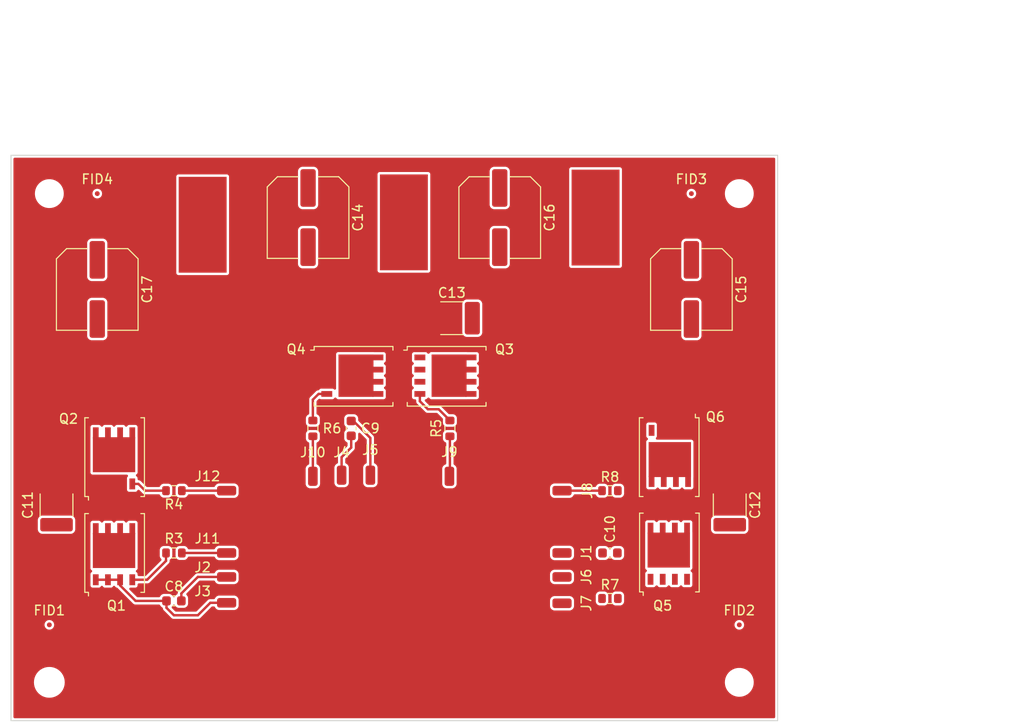
<source format=kicad_pcb>
(kicad_pcb (version 20211014) (generator pcbnew)
  (layers (0 "F.Cu" signal) (31 "B.Cu" signal) (34 "B.Paste" user) (35 "F.Paste" user) (36 "B.SilkS" user "B.Silkscreen") (37 "F.SilkS" user "F.Silkscreen") (38 "B.Mask" user) (39 "F.Mask" user) (44 "Edge.Cuts" user))
  (net 0 "")
  (net 1 "GND")
  (net 2 "/Gate Driver/+VM")
  (net 3 "CU")
  (net 4 "LSW")
  (net 5 "LSV")
  (net 6 "LSU")
  (net 7 "CW")
  (net 8 "HSW")
  (net 9 "W")
  (net 10 "V")
  (net 11 "HSV")
  (net 12 "CV")
  (net 13 "U")
  (net 14 "HSU")
  (net 15 "Net-(Q6-Pad4)")
  (net 16 "Net-(Q1-Pad4)")
  (net 17 "Net-(Q2-Pad4)")
  (net 18 "Net-(Q3-Pad4)")
  (net 19 "Net-(Q4-Pad4)")
  (net 20 "Net-(Q5-Pad4)")
  (footprint "MountingHole:MountingHole_2.5mm" (layer "F.Cu") (at 126 94)
    (fp_text reference "H3" hide)
    (fp_text value "MountingHole")
    (pad "" np_thru_hole circle (at 0 0) (size 2.5 2.5) (drill 2.5) (layers *.Cu *.Mask))
  )
  (footprint "SiFOCR:IRFH5010PbF" (layer "F.Cu") (at 118.75 121.5 180)
    (fp_text reference "Q6" (at -4.75 4.2 unlocked) (layer "F.SilkS"))
    (fp_text value "IRFH5010PbF")
    (fp_line (start -3.048 -4.11) (end -3.048 4.11) (layer "F.SilkS") (width 0.12))
    (fp_line (start 2.795 4.11) (end 3.175 4.11) (layer "F.SilkS") (width 0.12))
    (fp_line (start -2.667 4.11) (end -3.047 4.11) (layer "F.SilkS") (width 0.12))
    (fp_line (start 3.175 -4.11) (end 3.175 4.11) (layer "F.SilkS") (width 0.12))
    (fp_line (start 2.795 -4.11) (end 3.175 -4.11) (layer "F.SilkS") (width 0.12))
    (fp_line (start -2.667 4.153) (end -2.667 4.483) (layer "F.SilkS") (width 0.12))
    (fp_line (start -2.668 -4.11) (end -3.048 -4.11) (layer "F.SilkS") (width 0.12))
    (pad "1" smd rect (at -0.635 2.794) (size 0.6 1.14) (layers "F.Cu" "F.Mask") (net 1 "GND"))
    (pad "1" smd rect (at -1.905 2.794) (size 0.6 1.14) (layers "F.Cu" "F.Mask") (net 1 "GND"))
    (pad "1" smd rect (at 0.635 2.794) (size 0.6 1.14) (layers "F.Cu" "F.Mask") (net 1 "GND"))
    (pad "4" smd rect (at 1.905 2.794) (size 0.6 1.14) (layers "F.Cu" "F.Mask") (net 15 "Net-(Q6-Pad4)"))
    (pad "5" smd rect (at -0.635 -2.54) (size 0.6 1.14) (layers "F.Cu" "F.Mask") (net 9 "W"))
    (pad "5" smd rect (at 0.635 -2.54) (size 0.6 1.14) (layers "F.Cu" "F.Mask") (net 9 "W"))
    (pad "5" smd rect (at -1.905 -2.54) (size 0.6 1.14) (layers "F.Cu" "F.Mask") (net 9 "W"))
    (pad "5" smd rect (at 1.905 -2.54) (size 0.6 1.14) (layers "F.Cu" "F.Mask") (net 9 "W"))
    (pad "5" smd rect (at 0 -0.254) (size 4.42 3.65) (layers "F.Cu" "F.Mask") (net 9 "W"))
  )
  (footprint "Connector_Wire:SolderWirePad_1x01_SMD_1x2mm" (layer "F.Cu") (at 72.5 134 -90)
    (fp_text reference "J2" (at -1 2.5 180) (layer "F.SilkS"))
    (fp_text value "Conn_01x01_Male")
    (pad "1" smd roundrect (at 0 0 270) (size 1 2) (layers "F.Cu" "F.Paste" "F.Mask") (net 3 "CU"))
  )
  (footprint "Connector_Wire:SolderWirePad_1x01_SMD_1x2mm" (layer "F.Cu") (at 107.5 131.5 -90)
    (fp_text reference "J1" (at 0 -2.54 90) (layer "F.SilkS"))
    (fp_text value "Conn_01x01_Male")
    (pad "1" smd roundrect (at 0 0 270) (size 1 2) (layers "F.Cu" "F.Paste" "F.Mask") (net 9 "W"))
  )
  (footprint "Fiducial:Fiducial_0.5mm_Mask1mm" (layer "F.Cu") (at 121 94)
    (fp_text reference "FID3" (at 0 -1.5) (layer "F.SilkS"))
    (fp_text value "Fiducial")
    (pad "" smd circle (at 0 0) (size 0.5 0.5) (layers "F.Cu" "F.Mask") (clearance 0.25))
  )
  (footprint "MountingHole:MountingHole_2.7mm_M2.5" (layer "F.Cu") (at 54 145)
    (fp_text reference "H1" hide)
    (fp_text value "MountingHole")
    (pad "" np_thru_hole circle (at 0 0) (size 2.7 2.7) (drill 2.7) (layers *.Cu *.Mask))
  )
  (footprint "Capacitor_SMD:C_0603_1608Metric" (layer "F.Cu") (at 67 136.5)
    (fp_text reference "C8" (at 0 -1.5) (layer "F.SilkS"))
    (fp_text value "470nF/16V")
    (fp_line (start -0.14058 -0.51) (end 0.14058 -0.51) (layer "F.SilkS") (width 0.12))
    (fp_line (start -0.14058 0.51) (end 0.14058 0.51) (layer "F.SilkS") (width 0.12))
    (pad "1" smd roundrect (at -0.775 0) (size 0.9 0.95) (layers "F.Cu" "F.Paste" "F.Mask") (net 13 "U"))
    (pad "2" smd roundrect (at 0.775 0) (size 0.9 0.95) (layers "F.Cu" "F.Paste" "F.Mask") (net 3 "CU"))
  )
  (footprint "Connector_Wire:SolderWirePad_1x01_SMD_1x2mm" (layer "F.Cu") (at 107.5 134 -90)
    (fp_text reference "J6" (at 0 -2.54 90) (layer "F.SilkS"))
    (fp_text value "Conn_01x01_Male")
    (pad "1" smd roundrect (at 0 0 270) (size 1 2) (layers "F.Cu" "F.Paste" "F.Mask") (net 7 "CW"))
  )
  (footprint "Resistor_SMD:R_0603_1608Metric" (layer "F.Cu") (at 67 131.5 180)
    (fp_text reference "R3" (at 0 1.5) (layer "F.SilkS"))
    (fp_text value "R_Small_US")
    (fp_line (start -0.237258 -0.5225) (end 0.237258 -0.5225) (layer "F.SilkS") (width 0.12))
    (fp_line (start -0.237258 0.5225) (end 0.237258 0.5225) (layer "F.SilkS") (width 0.12))
    (pad "1" smd roundrect (at -0.825 0 180) (size 0.8 0.95) (layers "F.Cu" "F.Paste" "F.Mask") (net 14 "HSU"))
    (pad "2" smd roundrect (at 0.825 0 180) (size 0.8 0.95) (layers "F.Cu" "F.Paste" "F.Mask") (net 16 "Net-(Q1-Pad4)"))
  )
  (footprint "MountingHole:MountingHole_2.5mm" (layer "F.Cu") (at 126 145)
    (fp_text reference "H2" hide)
    (fp_text value "MountingHole")
    (pad "" np_thru_hole circle (at 0 0) (size 2.5 2.5) (drill 2.5) (layers *.Cu *.Mask))
  )
  (footprint "SiFOCR:IRFH5010PbF" (layer "F.Cu") (at 118.64058 131.454)
    (fp_text reference "Q5" (at -0.64058 5.546 unlocked) (layer "F.SilkS"))
    (fp_text value "IRFH5010PbF")
    (fp_line (start 3.175 -4.11) (end 3.175 4.11) (layer "F.SilkS") (width 0.12))
    (fp_line (start 2.795 4.11) (end 3.175 4.11) (layer "F.SilkS") (width 0.12))
    (fp_line (start -2.667 4.153) (end -2.667 4.483) (layer "F.SilkS") (width 0.12))
    (fp_line (start 2.795 -4.11) (end 3.175 -4.11) (layer "F.SilkS") (width 0.12))
    (fp_line (start -2.667 4.11) (end -3.047 4.11) (layer "F.SilkS") (width 0.12))
    (fp_line (start -2.668 -4.11) (end -3.048 -4.11) (layer "F.SilkS") (width 0.12))
    (fp_line (start -3.048 -4.11) (end -3.048 4.11) (layer "F.SilkS") (width 0.12))
    (pad "1" smd rect (at -0.635 2.794 180) (size 0.6 1.14) (layers "F.Cu" "F.Mask") (net 9 "W"))
    (pad "1" smd rect (at 0.635 2.794 180) (size 0.6 1.14) (layers "F.Cu" "F.Mask") (net 9 "W"))
    (pad "1" smd rect (at -1.905 2.794 180) (size 0.6 1.14) (layers "F.Cu" "F.Mask") (net 9 "W"))
    (pad "4" smd rect (at 1.905 2.794 180) (size 0.6 1.14) (layers "F.Cu" "F.Mask") (net 20 "Net-(Q5-Pad4)"))
    (pad "5" smd rect (at -0.635 -2.54 180) (size 0.6 1.14) (layers "F.Cu" "F.Mask") (net 2 "/Gate Driver/+VM"))
    (pad "5" smd rect (at 1.905 -2.54 180) (size 0.6 1.14) (layers "F.Cu" "F.Mask") (net 2 "/Gate Driver/+VM"))
    (pad "5" smd rect (at 0.635 -2.54 180) (size 0.6 1.14) (layers "F.Cu" "F.Mask") (net 2 "/Gate Driver/+VM"))
    (pad "5" smd rect (at 0 -0.254 180) (size 4.42 3.65) (layers "F.Cu" "F.Mask") (net 2 "/Gate Driver/+VM"))
    (pad "5" smd rect (at -1.905 -2.54 180) (size 0.6 1.14) (layers "F.Cu" "F.Mask") (net 2 "/Gate Driver/+VM"))
  )
  (footprint "Fiducial:Fiducial_0.5mm_Mask1mm" (layer "F.Cu") (at 59 94)
    (fp_text reference "FID4" (at 0 -1.5) (layer "F.SilkS"))
    (fp_text value "Fiducial")
    (pad "" smd circle (at 0 0) (size 0.5 0.5) (layers "F.Cu" "F.Mask") (clearance 0.25))
  )
  (footprint "Connector_Wire:SolderWirePad_1x01_SMD_1x2mm" (layer "F.Cu") (at 72.5 136.7 90)
    (fp_text reference "J3" (at 1.2 -2.5 180) (layer "F.SilkS"))
    (fp_text value "Conn_01x01_Male")
    (pad "1" smd roundrect (at 0 0 90) (size 1 2) (layers "F.Cu" "F.Paste" "F.Mask") (net 13 "U"))
  )
  (footprint "Capacitor_SMD:C_1812_4532Metric_Pad1.57x3.40mm_HandSolder" (layer "F.Cu") (at 96 107)
    (fp_text reference "C13" (at 0 -2.65) (layer "F.SilkS"))
    (fp_text value "MotorC")
    (fp_line (start -1.161252 -1.71) (end 1.161252 -1.71) (layer "F.SilkS") (width 0.12))
    (fp_line (start -1.161252 1.71) (end 1.161252 1.71) (layer "F.SilkS") (width 0.12))
    (pad "1" smd roundrect (at -2.1375 0) (size 1.575 3.4) (layers "F.Cu" "F.Paste" "F.Mask") (roundrect_rratio 0.1587301587) (net 1 "GND"))
    (pad "2" smd roundrect (at 2.1375 0) (size 1.575 3.4) (layers "F.Cu" "F.Paste" "F.Mask") (roundrect_rratio 0.1587301587) (net 2 "/Gate Driver/+VM"))
  )
  (footprint "SiFOCR:IRFH5010PbF" (layer "F.Cu") (at 60.75 121.5)
    (fp_text reference "Q2" (at -4.75 -4 unlocked) (layer "F.SilkS"))
    (fp_text value "IRFH5010PbF")
    (fp_line (start 2.795 -4.11) (end 3.175 -4.11) (layer "F.SilkS") (width 0.12))
    (fp_line (start -2.667 4.153) (end -2.667 4.483) (layer "F.SilkS") (width 0.12))
    (fp_line (start 2.795 4.11) (end 3.175 4.11) (layer "F.SilkS") (width 0.12))
    (fp_line (start -2.668 -4.11) (end -3.048 -4.11) (layer "F.SilkS") (width 0.12))
    (fp_line (start -3.048 -4.11) (end -3.048 4.11) (layer "F.SilkS") (width 0.12))
    (fp_line (start -2.667 4.11) (end -3.047 4.11) (layer "F.SilkS") (width 0.12))
    (fp_line (start 3.175 -4.11) (end 3.175 4.11) (layer "F.SilkS") (width 0.12))
    (pad "1" smd rect (at -0.635 2.794 180) (size 0.6 1.14) (layers "F.Cu" "F.Mask") (net 1 "GND"))
    (pad "1" smd rect (at 0.635 2.794 180) (size 0.6 1.14) (layers "F.Cu" "F.Mask") (net 1 "GND"))
    (pad "1" smd rect (at -1.905 2.794 180) (size 0.6 1.14) (layers "F.Cu" "F.Mask") (net 1 "GND"))
    (pad "4" smd rect (at 1.905 2.794 180) (size 0.6 1.14) (layers "F.Cu" "F.Mask") (net 17 "Net-(Q2-Pad4)"))
    (pad "5" smd rect (at 0 -0.254 180) (size 4.42 3.65) (layers "F.Cu" "F.Mask") (net 13 "U"))
    (pad "5" smd rect (at 1.905 -2.54 180) (size 0.6 1.14) (layers "F.Cu" "F.Mask") (net 13 "U"))
    (pad "5" smd rect (at -0.635 -2.54 180) (size 0.6 1.14) (layers "F.Cu" "F.Mask") (net 13 "U"))
    (pad "5" smd rect (at 0.635 -2.54 180) (size 0.6 1.14) (layers "F.Cu" "F.Mask") (net 13 "U"))
    (pad "5" smd rect (at -1.905 -2.54 180) (size 0.6 1.14) (layers "F.Cu" "F.Mask") (net 13 "U"))
  )
  (footprint "Resistor_SMD:R_0603_1608Metric" (layer "F.Cu") (at 112.5 125)
    (fp_text reference "R8" (at 0 -1.43) (layer "F.SilkS"))
    (fp_text value "R_Small_US")
    (fp_line (start -0.237258 -0.5225) (end 0.237258 -0.5225) (layer "F.SilkS") (width 0.12))
    (fp_line (start -0.237258 0.5225) (end 0.237258 0.5225) (layer "F.SilkS") (width 0.12))
    (pad "1" smd roundrect (at -0.825 0) (size 0.8 0.95) (layers "F.Cu" "F.Paste" "F.Mask") (net 4 "LSW"))
    (pad "2" smd roundrect (at 0.825 0) (size 0.8 0.95) (layers "F.Cu" "F.Paste" "F.Mask") (net 15 "Net-(Q6-Pad4)"))
  )
  (footprint "Connector_Wire:SolderWirePad_1x01_SMD_1x2mm" (layer "F.Cu") (at 107.5 136.75 -90)
    (fp_text reference "J7" (at 0 -2.54 90) (layer "F.SilkS"))
    (fp_text value "Conn_01x01_Male")
    (pad "1" smd roundrect (at 0 0 270) (size 1 2) (layers "F.Cu" "F.Paste" "F.Mask") (net 8 "HSW"))
  )
  (footprint "Resistor_SMD:R_0603_1608Metric" (layer "F.Cu") (at 67 125 180)
    (fp_text reference "R4" (at 0 -1.43) (layer "F.SilkS"))
    (fp_text value "R_Small_US")
    (fp_line (start -0.237258 -0.5225) (end 0.237258 -0.5225) (layer "F.SilkS") (width 0.12))
    (fp_line (start -0.237258 0.5225) (end 0.237258 0.5225) (layer "F.SilkS") (width 0.12))
    (pad "1" smd roundrect (at -0.825 0 180) (size 0.8 0.95) (layers "F.Cu" "F.Paste" "F.Mask") (net 6 "LSU"))
    (pad "2" smd roundrect (at 0.825 0 180) (size 0.8 0.95) (layers "F.Cu" "F.Paste" "F.Mask") (net 17 "Net-(Q2-Pad4)"))
  )
  (footprint "Connector_Wire:SolderWirePad_1x01_SMD_1x2mm" (layer "F.Cu") (at 84.5 123.385)
    (fp_text reference "J4" (at 0 -2.385) (layer "F.SilkS"))
    (fp_text value "Conn_01x01_Male")
    (pad "1" smd roundrect (at 0 0) (size 1 2) (layers "F.Cu" "F.Paste" "F.Mask") (net 12 "CV"))
  )
  (footprint "Connector_Wire:SolderWirePad_1x01_SMD_5x10mm" (layer "F.Cu") (at 91 97)
    (fp_text reference "J13")
    (fp_text value "Conn_01x01_Male")
    (pad "1" smd rect (at 0 0) (size 5 10) (layers "F.Cu" "F.Paste" "F.Mask") (net 10 "V"))
  )
  (footprint "MountingHole:MountingHole_2.5mm" (layer "F.Cu") (at 54 94)
    (fp_text reference "H4" hide)
    (fp_text value "MountingHole")
    (pad "" np_thru_hole circle (at 0 0) (size 2.5 2.5) (drill 2.5) (layers *.Cu *.Mask))
  )
  (footprint "Connector_Wire:SolderWirePad_1x01_SMD_1x2mm" (layer "F.Cu") (at 72.5 131.5 90)
    (fp_text reference "J11" (at 1.5 -2 180) (layer "F.SilkS"))
    (fp_text value "Conn_01x01_Male")
    (pad "1" smd roundrect (at 0 0 90) (size 1 2) (layers "F.Cu" "F.Paste" "F.Mask") (net 14 "HSU"))
  )
  (footprint "Connector_Wire:SolderWirePad_1x01_SMD_1x2mm" (layer "F.Cu") (at 81.5 123.5)
    (fp_text reference "J10" (at 0 -2.5) (layer "F.SilkS"))
    (fp_text value "Conn_01x01_Male")
    (pad "1" smd roundrect (at 0 0) (size 1 2) (layers "F.Cu" "F.Paste" "F.Mask") (net 5 "LSV"))
  )
  (footprint "Connector_Wire:SolderWirePad_1x01_SMD_1x2mm" (layer "F.Cu") (at 72.5 125 90)
    (fp_text reference "J12" (at 1.5 -2 180) (layer "F.SilkS"))
    (fp_text value "Conn_01x01_Male")
    (pad "1" smd roundrect (at 0 0 90) (size 1 2) (layers "F.Cu" "F.Paste" "F.Mask") (net 6 "LSU"))
  )
  (footprint "Capacitor_SMD:C_Elec_8x5.4" (layer "F.Cu") (at 81 96.5 -90)
    (fp_text reference "C14" (at 0 -5.2 90) (layer "F.SilkS"))
    (fp_text value "MotorC")
    (fp_line (start -3.195563 -4.26) (end 4.26 -4.26) (layer "F.SilkS") (width 0.12))
    (fp_line (start -4.26 -3.195563) (end -4.26 -1.06) (layer "F.SilkS") (width 0.12))
    (fp_line (start -3.195563 4.26) (end 4.26 4.26) (layer "F.SilkS") (width 0.12))
    (fp_line (start 4.26 -4.26) (end 4.26 -1.06) (layer "F.SilkS") (width 0.12))
    (fp_line (start 4.26 4.26) (end 4.26 1.06) (layer "F.SilkS") (width 0.12))
    (fp_line (start -4.26 3.195563) (end -4.26 1.06) (layer "F.SilkS") (width 0.12))
    (fp_line (start -4.26 -3.195563) (end -3.195563 -4.26) (layer "F.SilkS") (width 0.12))
    (fp_line (start -4.26 3.195563) (end -3.195563 4.26) (layer "F.SilkS") (width 0.12))
    (pad "1" smd roundrect (at -3.0875 0 270) (size 3.925 1.6) (layers "F.Cu" "F.Paste" "F.Mask") (roundrect_rratio 0.15625))
    (pad "2" smd roundrect (at 3.0875 0 270) (size 3.925 1.6) (layers "F.Cu" "F.Paste" "F.Mask") (roundrect_rratio 0.15625))
  )
  (footprint "Resistor_SMD:R_0603_1608Metric" (layer "F.Cu") (at 81.5 118.5 90)
    (fp_text reference "R6" (at 0 2 180) (layer "F.SilkS"))
    (fp_text value "R_Small_US")
    (fp_line (start -0.237258 -0.5225) (end 0.237258 -0.5225) (layer "F.SilkS") (width 0.12))
    (fp_line (start -0.237258 0.5225) (end 0.237258 0.5225) (layer "F.SilkS") (width 0.12))
    (pad "1" smd roundrect (at -0.825 0 90) (size 0.8 0.95) (layers "F.Cu" "F.Paste" "F.Mask") (net 5 "LSV"))
    (pad "2" smd roundrect (at 0.825 0 90) (size 0.8 0.95) (layers "F.Cu" "F.Paste" "F.Mask") (net 19 "Net-(Q4-Pad4)"))
  )
  (footprint "SiFOCR:IRFH5010PbF" (layer "F.Cu") (at 95.46 113 -90)
    (fp_text reference "Q3" (at -2.75 -6.04 unlocked) (layer "F.SilkS"))
    (fp_text value "IRFH5010PbF")
    (fp_line (start -2.667 4.153) (end -2.667 4.483) (layer "F.SilkS") (width 0.12))
    (fp_line (start 3.175 -4.11) (end 3.175 4.11) (layer "F.SilkS") (width 0.12))
    (fp_line (start -2.667 4.11) (end -3.047 4.11) (layer "F.SilkS") (width 0.12))
    (fp_line (start -2.668 -4.11) (end -3.048 -4.11) (layer "F.SilkS") (width 0.12))
    (fp_line (start 2.795 -4.11) (end 3.175 -4.11) (layer "F.SilkS") (width 0.12))
    (fp_line (start 2.795 4.11) (end 3.175 4.11) (layer "F.SilkS") (width 0.12))
    (fp_line (start -3.048 -4.11) (end -3.048 4.11) (layer "F.SilkS") (width 0.12))
    (pad "1" smd rect (at 0.635 2.794 90) (size 0.6 1.14) (layers "F.Cu" "F.Mask") (net 10 "V"))
    (pad "1" smd rect (at -0.635 2.794 90) (size 0.6 1.14) (layers "F.Cu" "F.Mask") (net 10 "V"))
    (pad "1" smd rect (at -1.905 2.794 90) (size 0.6 1.14) (layers "F.Cu" "F.Mask") (net 10 "V"))
    (pad "4" smd rect (at 1.905 2.794 90) (size 0.6 1.14) (layers "F.Cu" "F.Mask") (net 18 "Net-(Q3-Pad4)"))
    (pad "5" smd rect (at -1.905 -2.54 90) (size 0.6 1.14) (layers "F.Cu" "F.Mask") (net 2 "/Gate Driver/+VM"))
    (pad "5" smd rect (at 1.905 -2.54 90) (size 0.6 1.14) (layers "F.Cu" "F.Mask") (net 2 "/Gate Driver/+VM"))
    (pad "5" smd rect (at -0.635 -2.54 90) (size 0.6 1.14) (layers "F.Cu" "F.Mask") (net 2 "/Gate Driver/+VM"))
    (pad "5" smd rect (at 0.635 -2.54 90) (size 0.6 1.14) (layers "F.Cu" "F.Mask") (net 2 "/Gate Driver/+VM"))
    (pad "5" smd rect (at 0 -0.254 90) (size 4.42 3.65) (layers "F.Cu" "F.Mask") (net 2 "/Gate Driver/+VM"))
  )
  (footprint "Fiducial:Fiducial_0.5mm_Mask1mm" (layer "F.Cu") (at 126 139)
    (fp_text reference "FID2" (at 0 -1.5) (layer "F.SilkS"))
    (fp_text value "Fiducial")
    (pad "" smd circle (at 0 0) (size 0.5 0.5) (layers "F.Cu" "F.Mask") (clearance 0.25))
  )
  (footprint "Fiducial:Fiducial_0.5mm_Mask1mm" (layer "F.Cu") (at 54 139)
    (fp_text reference "FID1" (at 0 -1.5) (layer "F.SilkS"))
    (fp_text value "Fiducial")
    (pad "" smd circle (at 0 0) (size 0.5 0.5) (layers "F.Cu" "F.Mask") (clearance 0.25))
  )
  (footprint "Connector_Wire:SolderWirePad_1x01_SMD_5x10mm" (layer "F.Cu") (at 111 96.5)
    (fp_text reference "J15")
    (fp_text value "Conn_01x01_Male")
    (pad "1" smd rect (at 0 0) (size 5 10) (layers "F.Cu" "F.Paste" "F.Mask") (net 9 "W"))
  )
  (footprint "Capacitor_SMD:C_Elec_8x5.4" (layer "F.Cu") (at 101 96.5 -90)
    (fp_text reference "C16" (at 0 -5.2 90) (layer "F.SilkS"))
    (fp_text value "MotorC")
    (fp_line (start 4.26 4.26) (end 4.26 1.06) (layer "F.SilkS") (width 0.12))
    (fp_line (start -4.26 -3.195563) (end -3.195563 -4.26) (layer "F.SilkS") (width 0.12))
    (fp_line (start -4.26 3.195563) (end -3.195563 4.26) (layer "F.SilkS") (width 0.12))
    (fp_line (start -4.26 -3.195563) (end -4.26 -1.06) (layer "F.SilkS") (width 0.12))
    (fp_line (start -3.195563 4.26) (end 4.26 4.26) (layer "F.SilkS") (width 0.12))
    (fp_line (start 4.26 -4.26) (end 4.26 -1.06) (layer "F.SilkS") (width 0.12))
    (fp_line (start -4.26 3.195563) (end -4.26 1.06) (layer "F.SilkS") (width 0.12))
    (fp_line (start -3.195563 -4.26) (end 4.26 -4.26) (layer "F.SilkS") (width 0.12))
    (pad "1" smd roundrect (at -3.0875 0 270) (size 3.925 1.6) (layers "F.Cu" "F.Paste" "F.Mask") (roundrect_rratio 0.15625))
    (pad "2" smd roundrect (at 3.0875 0 270) (size 3.925 1.6) (layers "F.Cu" "F.Paste" "F.Mask") (roundrect_rratio 0.15625))
  )
  (footprint "Resistor_SMD:R_0603_1608Metric" (layer "F.Cu") (at 95.8 118.5 90)
    (fp_text reference "R5" (at 0 -1.43 90) (layer "F.SilkS"))
    (fp_text value "R_Small_US")
    (fp_line (start -0.237258 -0.5225) (end 0.237258 -0.5225) (layer "F.SilkS") (width 0.12))
    (fp_line (start -0.237258 0.5225) (end 0.237258 0.5225) (layer "F.SilkS") (width 0.12))
    (pad "1" smd roundrect (at -0.825 0 90) (size 0.8 0.95) (layers "F.Cu" "F.Paste" "F.Mask") (net 11 "HSV"))
    (pad "2" smd roundrect (at 0.825 0 90) (size 0.8 0.95) (layers "F.Cu" "F.Paste" "F.Mask") (net 18 "Net-(Q3-Pad4)"))
  )
  (footprint "Connector_Wire:SolderWirePad_1x01_SMD_1x2mm" (layer "F.Cu") (at 107.5 125 90)
    (fp_text reference "J8" (at 0 2.64058 90) (layer "F.SilkS"))
    (fp_text value "Conn_01x01_Male")
    (pad "1" smd roundrect (at 0 0 90) (size 1 2) (layers "F.Cu" "F.Paste" "F.Mask") (net 4 "LSW"))
  )
  (footprint "Capacitor_SMD:C_1812_4532Metric" (layer "F.Cu") (at 54.75 126.5 -90)
    (fp_text reference "C11" (at 0 3 90) (layer "F.SilkS"))
    (fp_text value "MotorC")
    (fp_line (start -1.161252 1.71) (end 1.161252 1.71) (layer "F.SilkS") (width 0.12))
    (fp_line (start -1.161252 -1.71) (end 1.161252 -1.71) (layer "F.SilkS") (width 0.12))
    (pad "1" smd roundrect (at -2.05 0 270) (size 1.4 3.4) (layers "F.Cu" "F.Paste" "F.Mask") (roundrect_rratio 0.1785707143) (net 1 "GND"))
    (pad "2" smd roundrect (at 2.05 0 270) (size 1.4 3.4) (layers "F.Cu" "F.Paste" "F.Mask") (roundrect_rratio 0.1785707143) (net 2 "/Gate Driver/+VM"))
  )
  (footprint "SiFOCR:IRFH5010PbF" (layer "F.Cu") (at 85.746 113 -90)
    (fp_text reference "Q4" (at -2.75 5.996 unlocked) (layer "F.SilkS"))
    (fp_text value "IRFH5010PbF")
    (fp_line (start -2.668 -4.11) (end -3.048 -4.11) (layer "F.SilkS") (width 0.12))
    (fp_line (start -2.667 4.11) (end -3.047 4.11) (layer "F.SilkS") (width 0.12))
    (fp_line (start -2.667 4.153) (end -2.667 4.483) (layer "F.SilkS") (width 0.12))
    (fp_line (start 3.175 -4.11) (end 3.175 4.11) (layer "F.SilkS") (width 0.12))
    (fp_line (start -3.048 -4.11) (end -3.048 4.11) (layer "F.SilkS") (width 0.12))
    (fp_line (start 2.795 4.11) (end 3.175 4.11) (layer "F.SilkS") (width 0.12))
    (fp_line (start 2.795 -4.11) (end 3.175 -4.11) (layer "F.SilkS") (width 0.12))
    (pad "1" smd rect (at -1.905 2.794 90) (size 0.6 1.14) (layers "F.Cu" "F.Mask") (net 1 "GND"))
    (pad "1" smd rect (at 0.635 2.794 90) (size 0.6 1.14) (layers "F.Cu" "F.Mask") (net 1 "GND"))
    (pad "1" smd rect (at -0.635 2.794 90) (size 0.6 1.14) (layers "F.Cu" "F.Mask") (net 1 "GND"))
    (pad "4" smd rect (at 1.905 2.794 90) (size 0.6 1.14) (layers "F.Cu" "F.Mask") (net 19 "Net-(Q4-Pad4)"))
    (pad "5" smd rect (at 1.905 -2.54 90) (size 0.6 1.14) (layers "F.Cu" "F.Mask") (net 10 "V"))
    (pad "5" smd rect (at -0.635 -2.54 90) (size 0.6 1.14) (layers "F.Cu" "F.Mask") (net 10 "V"))
    (pad "5" smd rect (at -1.905 -2.54 90) (size 0.6 1.14) (layers "F.Cu" "F.Mask") (net 10 "V"))
    (pad "5" smd rect (at 0.635 -2.54 90) (size 0.6 1.14) (layers "F.Cu" "F.Mask") (net 10 "V"))
    (pad "5" smd rect (at 0 -0.254 90) (size 4.42 3.65) (layers "F.Cu" "F.Mask") (net 10 "V"))
  )
  (footprint "Capacitor_SMD:C_Elec_8x5.4" (layer "F.Cu") (at 59 104 -90)
    (fp_text reference "C17" (at 0 -5.2 90) (layer "F.SilkS"))
    (fp_text value "MotorC")
    (fp_line (start -3.195563 4.26) (end 4.26 4.26) (layer "F.SilkS") (width 0.12))
    (fp_line (start -4.26 3.195563) (end -4.26 1.06) (layer "F.SilkS") (width 0.12))
    (fp_line (start -4.26 -3.195563) (end -3.195563 -4.26) (layer "F.SilkS") (width 0.12))
    (fp_line (start 4.26 4.26) (end 4.26 1.06) (layer "F.SilkS") (width 0.12))
    (fp_line (start 4.26 -4.26) (end 4.26 -1.06) (layer "F.SilkS") (width 0.12))
    (fp_line (start -4.26 3.195563) (end -3.195563 4.26) (layer "F.SilkS") (width 0.12))
    (fp_line (start -3.195563 -4.26) (end 4.26 -4.26) (layer "F.SilkS") (width 0.12))
    (fp_line (start -4.26 -3.195563) (end -4.26 -1.06) (layer "F.SilkS") (width 0.12))
    (pad "1" smd roundrect (at -3.0875 0 270) (size 3.925 1.6) (layers "F.Cu" "F.Paste" "F.Mask") (roundrect_rratio 0.15625))
    (pad "2" smd roundrect (at 3.0875 0 270) (size 3.925 1.6) (layers "F.Cu" "F.Paste" "F.Mask") (roundrect_rratio 0.15625))
  )
  (footprint "Connector_Wire:SolderWirePad_1x01_SMD_1x2mm" (layer "F.Cu") (at 95.75 123.5)
    (fp_text reference "J9" (at 0 -2.54) (layer "F.SilkS"))
    (fp_text value "Conn_01x01_Male")
    (pad "1" smd roundrect (at 0 0) (size 1 2) (layers "F.Cu" "F.Paste" "F.Mask") (net 11 "HSV"))
  )
  (footprint "Capacitor_SMD:C_0603_1608Metric" (layer "F.Cu") (at 85.5 118.5 -90)
    (fp_text reference "C9" (at 0 -2 180) (layer "F.SilkS"))
    (fp_text value "470nF/16V")
    (fp_line (start -0.14058 0.51) (end 0.14058 0.51) (layer "F.SilkS") (width 0.12))
    (fp_line (start -0.14058 -0.51) (end 0.14058 -0.51) (layer "F.SilkS") (width 0.12))
    (pad "1" smd roundrect (at -0.775 0 270) (size 0.9 0.95) (layers "F.Cu" "F.Paste" "F.Mask") (net 10 "V"))
    (pad "2" smd roundrect (at 0.775 0 270) (size 0.9 0.95) (layers "F.Cu" "F.Paste" "F.Mask") (net 12 "CV"))
  )
  (footprint "Connector_Wire:SolderWirePad_1x01_SMD_1x2mm" (layer "F.Cu") (at 87.5 123.385 180)
    (fp_text reference "J5" (at 0 2.635) (layer "F.SilkS"))
    (fp_text value "Conn_01x01_Male")
    (pad "1" smd roundrect (at 0 0 180) (size 1 2) (layers "F.Cu" "F.Paste" "F.Mask") (net 10 "V"))
  )
  (footprint "Resistor_SMD:R_0603_1608Metric" (layer "F.Cu") (at 112.5 136.25)
    (fp_text reference "R7" (at 0 -1.43) (layer "F.SilkS"))
    (fp_text value "R_Small_US")
    (fp_line (start -0.237258 -0.5225) (end 0.237258 -0.5225) (layer "F.SilkS") (width 0.12))
    (fp_line (start -0.237258 0.5225) (end 0.237258 0.5225) (layer "F.SilkS") (width 0.12))
    (pad "1" smd roundrect (at -0.825 0) (size 0.8 0.95) (layers "F.Cu" "F.Paste" "F.Mask") (net 8 "HSW"))
    (pad "2" smd roundrect (at 0.825 0) (size 0.8 0.95) (layers "F.Cu" "F.Paste" "F.Mask") (net 20 "Net-(Q5-Pad4)"))
  )
  (footprint "SiFOCR:IRFH5010PbF" (layer "F.Cu") (at 60.75 131.5)
    (fp_text reference "Q1" (at 0.25 5.5 unlocked) (layer "F.SilkS"))
    (fp_text value "IRFH5010PbF")
    (fp_line (start -2.667 4.11) (end -3.047 4.11) (layer "F.SilkS") (width 0.12))
    (fp_line (start 3.175 -4.11) (end 3.175 4.11) (layer "F.SilkS") (width 0.12))
    (fp_line (start -2.667 4.153) (end -2.667 4.483) (layer "F.SilkS") (width 0.12))
    (fp_line (start 2.795 4.11) (end 3.175 4.11) (layer "F.SilkS") (width 0.12))
    (fp_line (start -2.668 -4.11) (end -3.048 -4.11) (layer "F.SilkS") (width 0.12))
    (fp_line (start -3.048 -4.11) (end -3.048 4.11) (layer "F.SilkS") (width 0.12))
    (fp_line (start 2.795 -4.11) (end 3.175 -4.11) (layer "F.SilkS") (width 0.12))
    (pad "1" smd rect (at -0.635 2.794 180) (size 0.6 1.14) (layers "F.Cu" "F.Mask") (net 13 "U"))
    (pad "1" smd rect (at -1.905 2.794 180) (size 0.6 1.14) (layers "F.Cu" "F.Mask") (net 13 "U"))
    (pad "1" smd rect (at 0.635 2.794 180) (size 0.6 1.14) (layers "F.Cu" "F.Mask") (net 13 "U"))
    (pad "4" smd rect (at 1.905 2.794 180) (size 0.6 1.14) (layers "F.Cu" "F.Mask") (net 16 "Net-(Q1-Pad4)"))
    (pad "5" smd rect (at 0 -0.254 180) (size 4.42 3.65) (layers "F.Cu" "F.Mask") (net 2 "/Gate Driver/+VM"))
    (pad "5" smd rect (at 1.905 -2.54 180) (size 0.6 1.14) (layers "F.Cu" "F.Mask") (net 2 "/Gate Driver/+VM"))
    (pad "5" smd rect (at 0.635 -2.54 180) (size 0.6 1.14) (layers "F.Cu" "F.Mask") (net 2 "/Gate Driver/+VM"))
    (pad "5" smd rect (at -1.905 -2.54 180) (size 0.6 1.14) (layers "F.Cu" "F.Mask") (net 2 "/Gate Driver/+VM"))
    (pad "5" smd rect (at -0.635 -2.54 180) (size 0.6 1.14) (layers "F.Cu" "F.Mask") (net 2 "/Gate Driver/+VM"))
  )
  (footprint "Capacitor_SMD:C_1812_4532Metric" (layer "F.Cu") (at 125 126.5 -90)
    (fp_text reference "C12" (at 0 -2.65 90) (layer "F.SilkS"))
    (fp_text value "MotorC")
    (fp_line (start -1.161252 -1.71) (end 1.161252 -1.71) (layer "F.SilkS") (width 0.12))
    (fp_line (start -1.161252 1.71) (end 1.161252 1.71) (layer "F.SilkS") (width 0.12))
    (pad "1" smd roundrect (at -2.05 0 270) (size 1.4 3.4) (layers "F.Cu" "F.Paste" "F.Mask") (roundrect_rratio 0.1785707143) (net 1 "GND"))
    (pad "2" smd roundrect (at 2.05 0 270) (size 1.4 3.4) (layers "F.Cu" "F.Paste" "F.Mask") (roundrect_rratio 0.1785707143) (net 2 "/Gate Driver/+VM"))
  )
  (footprint "Capacitor_SMD:C_0603_1608Metric" (layer "F.Cu") (at 112.5 131.5 180)
    (fp_text reference "C10" (at 0 2.5 90) (layer "F.SilkS"))
    (fp_text value "470nF/16V")
    (fp_line (start -0.14058 0.51) (end 0.14058 0.51) (layer "F.SilkS") (width 0.12))
    (fp_line (start -0.14058 -0.51) (end 0.14058 -0.51) (layer "F.SilkS") (width 0.12))
    (pad "1" smd roundrect (at -0.775 0 180) (size 0.9 0.95) (layers "F.Cu" "F.Paste" "F.Mask") (net 9 "W"))
    (pad "2" smd roundrect (at 0.775 0 180) (size 0.9 0.95) (layers "F.Cu" "F.Paste" "F.Mask") (net 7 "CW"))
  )
  (footprint "Capacitor_SMD:C_Elec_8x5.4" (layer "F.Cu") (at 121 104 -90)
    (fp_text reference "C15" (at 0 -5.2 90) (layer "F.SilkS"))
    (fp_text value "MotorC")
    (fp_line (start -4.26 3.195563) (end -3.195563 4.26) (layer "F.SilkS") (width 0.12))
    (fp_line (start -4.26 -3.195563) (end -4.26 -1.06) (layer "F.SilkS") (width 0.12))
    (fp_line (start -3.195563 4.26) (end 4.26 4.26) (layer "F.SilkS") (width 0.12))
    (fp_line (start 4.26 -4.26) (end 4.26 -1.06) (layer "F.SilkS") (width 0.12))
    (fp_line (start -4.26 -3.195563) (end -3.195563 -4.26) (layer "F.SilkS") (width 0.12))
    (fp_line (start 4.26 4.26) (end 4.26 1.06) (layer "F.SilkS") (width 0.12))
    (fp_line (start -3.195563 -4.26) (end 4.26 -4.26) (layer "F.SilkS") (width 0.12))
    (fp_line (start -4.26 3.195563) (end -4.26 1.06) (layer "F.SilkS") (width 0.12))
    (pad "1" smd roundrect (at -3.0875 0 270) (size 3.925 1.6) (layers "F.Cu" "F.Paste" "F.Mask") (roundrect_rratio 0.15625))
    (pad "2" smd roundrect (at 3.0875 0 270) (size 3.925 1.6) (layers "F.Cu" "F.Paste" "F.Mask") (roundrect_rratio 0.15625))
  )
  (footprint "Connector_Wire:SolderWirePad_1x01_SMD_5x10mm" (layer "F.Cu") (at 70 97.25)
    (fp_text reference "J14")
    (fp_text value "Conn_01x01_Male")
    (pad "1" smd rect (at 0 0) (size 5 10) (layers "F.Cu" "F.Paste" "F.Mask") (net 13 "U"))
  )
  (gr_line (start 50 149) (end 130 149) (layer "Edge.Cuts") (width 0.1))
  (gr_line (start 130 149) (end 130 90) (layer "Edge.Cuts") (width 0.1))
  (gr_line (start 130 90) (end 50 90) (layer "Edge.Cuts") (width 0.1))
  (gr_line (start 50 90) (end 50 149) (layer "Edge.Cuts") (width 0.1))
  (gr_text "Read more on C10 placement" (at 107.25 140.25) (layer "F.Cu") (effects (font (size 1.5 1.5) (thickness 0.3))))
  (segment (start 69.5 134) (end 72.5 134) (width 0.25) (layer "F.Cu") (net 3))
  (segment (start 67.775 136.5) (end 67.775 135.725) (width 0.25) (layer "F.Cu") (net 3))
  (segment (start 67.775 135.725) (end 69.5 134) (width 0.25) (layer "F.Cu") (net 3))
  (segment (start 107.5 125) (end 111.675 125) (width 0.25) (layer "F.Cu") (net 4))
  (segment (start 81.5 123.5) (end 81.5 119.325) (width 0.25) (layer "F.Cu") (net 5))
  (segment (start 67.825 125) (end 72.5 125) (width 0.25) (layer "F.Cu") (net 6))
  (segment (start 87.5 123.385) (end 87.5 119.5) (width 0.25) (layer "F.Cu") (net 10))
  (segment (start 85.725 117.725) (end 85.5 117.725) (width 0.25) (layer "F.Cu") (net 10))
  (segment (start 87.5 119.5) (end 85.725 117.725) (width 0.25) (layer "F.Cu") (net 10))
  (segment (start 95.75 123.5) (end 95.8 123.45) (width 0.25) (layer "F.Cu") (net 11))
  (segment (start 95.8 123.45) (end 95.8 119.325) (width 0.25) (layer "F.Cu") (net 11))
  (segment (start 85.5 120.5) (end 85.5 119.275) (width 0.25) (layer "F.Cu") (net 12))
  (segment (start 84.5 123.385) (end 84.5 121.5) (width 0.25) (layer "F.Cu") (net 12))
  (segment (start 84.5 121.5) (end 85.5 120.5) (width 0.25) (layer "F.Cu") (net 12))
  (segment (start 69.5 138) (end 67 138) (width 0.25) (layer "F.Cu") (net 13))
  (segment (start 70.8 136.7) (end 69.5 138) (width 0.25) (layer "F.Cu") (net 13))
  (segment (start 67 138) (end 66.225 137.225) (width 0.25) (layer "F.Cu") (net 13))
  (segment (start 66.225 136.5) (end 63 136.5) (width 0.25) (layer "F.Cu") (net 13))
  (segment (start 61.385 134.885) (end 61.385 134.294) (width 0.25) (layer "F.Cu") (net 13))
  (segment (start 66.225 137.225) (end 66.225 136.5) (width 0.25) (layer "F.Cu") (net 13))
  (segment (start 72.5 136.7) (end 70.8 136.7) (width 0.25) (layer "F.Cu") (net 13))
  (segment (start 63 136.5) (end 61.385 134.885) (width 0.25) (layer "F.Cu") (net 13))
  (segment (start 58.845 134.294) (end 61.385 134.294) (width 0.25) (layer "F.Cu") (net 13))
  (segment (start 67.825 131.5) (end 72.5 131.5) (width 0.25) (layer "F.Cu") (net 14))
  (segment (start 66.175 132.325) (end 66.175 131.5) (width 0.25) (layer "F.Cu") (net 16))
  (segment (start 64.206 134.294) (end 66.175 132.325) (width 0.25) (layer "F.Cu") (net 16))
  (segment (start 62.655 134.294) (end 64.206 134.294) (width 0.25) (layer "F.Cu") (net 16))
  (segment (start 64 125) (end 63.294 124.294) (width 0.25) (layer "F.Cu") (net 17))
  (segment (start 63.294 124.294) (end 62.655 124.294) (width 0.25) (layer "F.Cu") (net 17))
  (segment (start 66.175 125) (end 64 125) (width 0.25) (layer "F.Cu") (net 17))
  (segment (start 94.625 116.5) (end 93.5 116.5) (width 0.25) (layer "F.Cu") (net 18))
  (segment (start 92.666 115.666) (end 92.666 114.905) (width 0.25) (layer "F.Cu") (net 18))
  (segment (start 93.5 116.5) (end 92.666 115.666) (width 0.25) (layer "F.Cu") (net 18))
  (segment (start 95.8 117.675) (end 94.625 116.5) (width 0.25) (layer "F.Cu") (net 18))
  (segment (start 82.095 114.905) (end 82.952 114.905) (width 0.25) (layer "F.Cu") (net 19))
  (segment (start 81.5 115.5) (end 82.095 114.905) (width 0.25) (layer "F.Cu") (net 19))
  (segment (start 81.5 117.675) (end 81.5 115.5) (width 0.25) (layer "F.Cu") (net 19))
  (zone (net 1) (net_name "GND") (layer "F.Cu") (connect_pads yes (clearance 0.254)) (min_thickness 0.254) (fill yes (thermal_gap 0.508) (thermal_bridge_width 0.508))
    (polygon (pts (xy 130 149) (xy 50 149) (xy 50 90) (xy 130 90)))
  )
)
</source>
